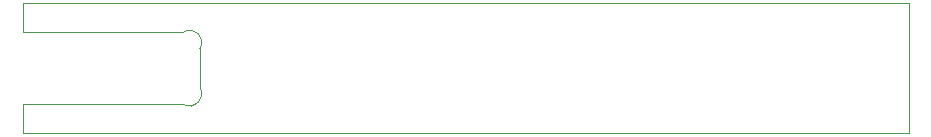
<source format=gm1>
G04 #@! TF.GenerationSoftware,KiCad,Pcbnew,(5.99.0-4092-g1ee3df61c)*
G04 #@! TF.CreationDate,2020-10-30T09:43:41-07:00*
G04 #@! TF.ProjectId,RT_USB_PD_Soldering_Iron,52545f55-5342-45f5-9044-5f536f6c6465,rev?*
G04 #@! TF.SameCoordinates,PX5f5e100PY7735940*
G04 #@! TF.FileFunction,Profile,NP*
%FSLAX46Y46*%
G04 Gerber Fmt 4.6, Leading zero omitted, Abs format (unit mm)*
G04 Created by KiCad (PCBNEW (5.99.0-4092-g1ee3df61c)) date 2020-10-30 09:43:41*
%MOMM*%
%LPD*%
G01*
G04 APERTURE LIST*
G04 #@! TA.AperFunction,Profile*
%ADD10C,0.100000*%
G04 #@! TD*
G04 APERTURE END LIST*
D10*
X15000005Y-1649997D02*
G75*
G02*
X13600000Y-3050000I-855189J-544815D01*
G01*
X0Y-5500000D02*
X0Y-3050000D01*
X0Y-3050000D02*
X13600000Y-3050000D01*
X75000000Y-5500000D02*
X0Y-5500000D01*
X14999996Y1650004D02*
G75*
G03*
X13600000Y3050000I-855184J544812D01*
G01*
X13600000Y3050000D02*
X0Y3050000D01*
X0Y5500000D02*
X75000000Y5500000D01*
X15000000Y-1650000D02*
X15000000Y1650000D01*
X75000000Y5500000D02*
X75000000Y-5500000D01*
X0Y3050000D02*
X0Y5500000D01*
M02*

</source>
